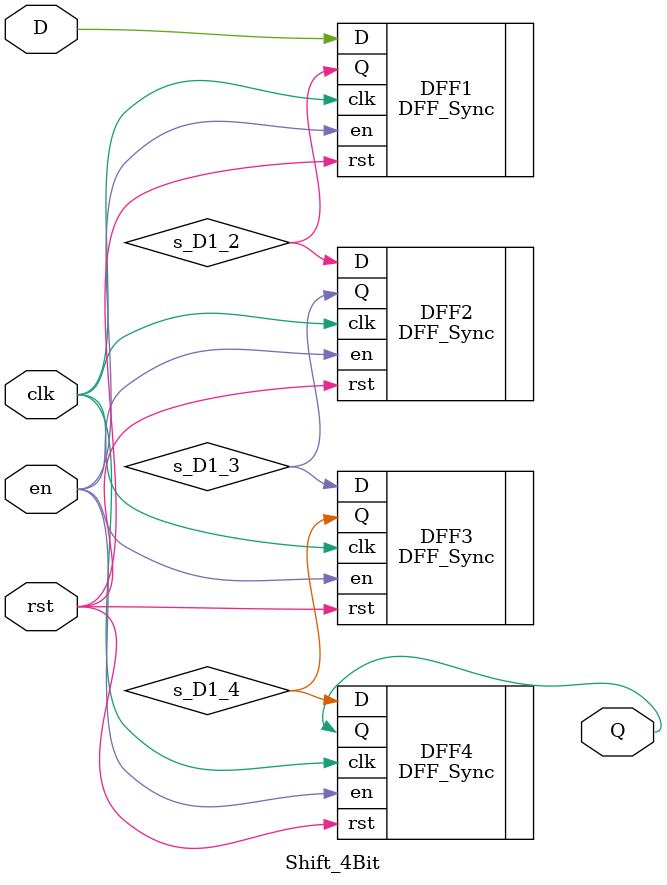
<source format=v>
module Shift_4Bit(
    D,
    clk,
    rst,
    en,
    Q
);
    input D, clk, rst, en;
    output Q;
    wire s_D1_2, s_D2_3, s_D3_4;

    DFF_Sync DFF1(
    .D      (D),
    .clk    (clk),
    .rst    (rst),
    .en	    (en),
    .Q      (s_D1_2)
    );
    DFF_Sync DFF2(
    .D      (s_D1_2),
    .clk    (clk),
    .rst    (rst),
    .en	    (en),
    .Q      (s_D1_3)
    );
    DFF_Sync DFF3(
    .D      (s_D1_3),
    .clk    (clk),
    .rst    (rst),
    .en	    (en),
    .Q      (s_D1_4)
    );
    DFF_Sync DFF4(
    .D      (s_D1_4),
    .clk    (clk),
    .rst    (rst),
    .en	    (en),
    .Q      (Q)
    );

endmodule 


</source>
